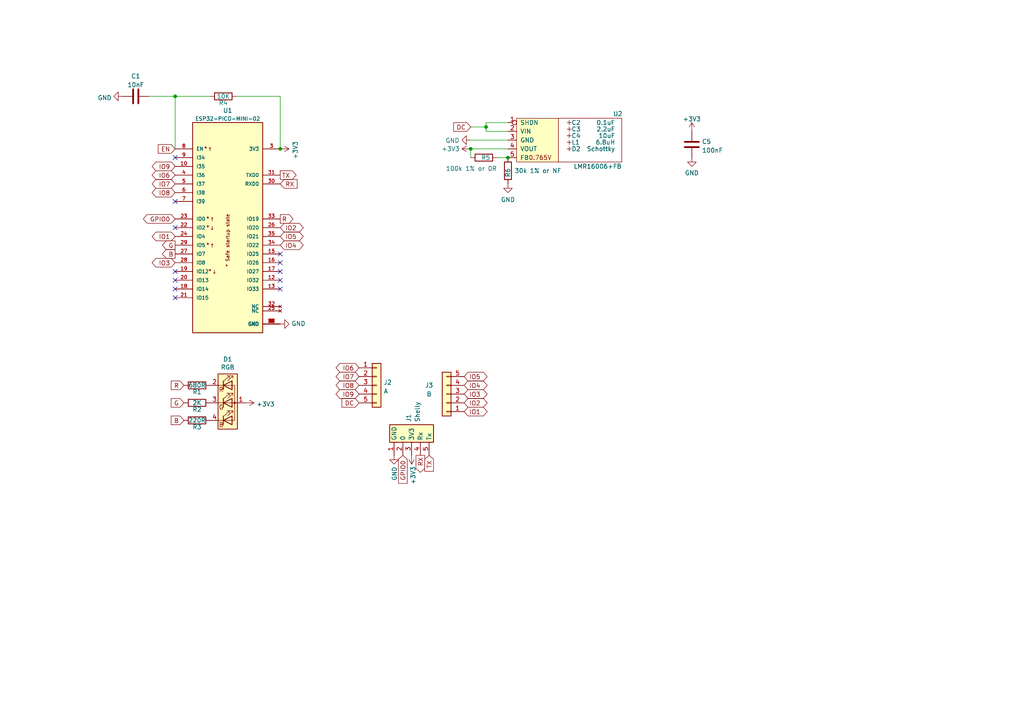
<source format=kicad_sch>
(kicad_sch (version 20211123) (generator eeschema)
  (paper "A4")
  (title_block (title "Generic ESP32-PICO-MINI module") (date "${DATE}") (rev "1") (comment 1 "@TheRealRevK") (comment 2 "www.me.uk"))
  (lib_symbols
    (symbol "Connector_Generic:Conn_01x05" (pin_names (offset 1.016) hide)
      (property "Reference" "J" (at 0 7.62 0))
      (property "Value" "Conn_01x05" (at 0 -7.62 0))
      (symbol "Conn_01x05_1_1"
        (rectangle (start -1.27 -4.953) (end 0 -5.207) (stroke (width 0.1524)))
        (rectangle (start -1.27 -2.413) (end 0 -2.667) (stroke (width 0.1524)))
        (rectangle (start -1.27 0.127) (end 0 -0.127) (stroke (width 0.1524)))
        (rectangle (start -1.27 2.667) (end 0 2.413) (stroke (width 0.1524)))
        (rectangle (start -1.27 5.207) (end 0 4.953) (stroke (width 0.1524)))
        (rectangle (start -1.27 6.35) (end 1.27 -6.35) (stroke (width 0.254)) (fill (type background)))
        (pin passive line (at -5.08 5.08 0) (length 3.81) (name "Pin_1") (number "1"))
        (pin passive line (at -5.08 2.54 0) (length 3.81) (name "Pin_2") (number "2"))
        (pin passive line (at -5.08 0 0) (length 3.81) (name "Pin_3") (number "3"))
        (pin passive line (at -5.08 -2.54 0) (length 3.81) (name "Pin_4") (number "4"))
        (pin passive line (at -5.08 -5.08 0) (length 3.81) (name "Pin_5") (number "5"))
      )
    )
    (symbol "Device:C" (pin_numbers hide) (pin_names (offset 0.254))
      (property "Reference" "C" (at 0.635 2.54 0))
      (property "Value" "C" (at 0.635 -2.54 0))
      (symbol "C_0_1"
        (polyline (pts (xy -2.032 -0.762) (xy 2.032 -0.762)) (stroke (width 0.508)))
        (polyline (pts (xy -2.032 0.762) (xy 2.032 0.762)) (stroke (width 0.508)))
      )
      (symbol "C_1_1"
        (pin passive line (at 0 3.81 270) (length 2.794) (name "~") (number "1"))
        (pin passive line (at 0 -3.81 90) (length 2.794) (name "~") (number "2"))
      )
    )
    (symbol "Device:LED_ARGB" (pin_names (offset 0) hide)
      (property "Reference" "D" (at 0 9.398 0))
      (property "Value" "LED_ARGB" (at 0 -8.89 0))
      (symbol "LED_ARGB_0_0"
        (text "B" (at -1.905 -6.35 0) (effects (font (size 1.27 1.27))))
        (text "G" (at -1.905 -1.27 0) (effects (font (size 1.27 1.27))))
        (text "R" (at -1.905 3.81 0) (effects (font (size 1.27 1.27))))
      )
      (symbol "LED_ARGB_0_1"
        (polyline (pts (xy -1.27 -5.08) (xy -2.54 -5.08)))
        (polyline (pts (xy -1.27 -5.08) (xy 1.27 -5.08)))
        (polyline (pts (xy -1.27 -3.81) (xy -1.27 -6.35)) (stroke (width 0.254)))
        (polyline (pts (xy -1.27 0) (xy -2.54 0)))
        (polyline (pts (xy -1.27 1.27) (xy -1.27 -1.27)) (stroke (width 0.254)))
        (polyline (pts (xy -1.27 5.08) (xy -2.54 5.08)))
        (polyline (pts (xy -1.27 5.08) (xy 1.27 5.08)))
        (polyline (pts (xy -1.27 6.35) (xy -1.27 3.81)) (stroke (width 0.254)))
        (polyline (pts (xy 1.27 0) (xy -1.27 0)))
        (polyline (pts (xy 1.27 0) (xy 2.54 0)))
        (polyline (pts (xy -1.27 1.27) (xy -1.27 -1.27) (xy -1.27 -1.27)))
        (polyline (pts (xy -1.27 6.35) (xy -1.27 3.81) (xy -1.27 3.81)))
        (polyline (pts (xy 1.27 -5.08) (xy 2.032 -5.08) (xy 2.032 5.08) (xy 1.27 5.08)))
        (polyline (pts (xy 1.27 -3.81) (xy 1.27 -6.35) (xy -1.27 -5.08) (xy 1.27 -3.81)) (stroke (width 0.254)))
        (polyline (pts (xy 1.27 1.27) (xy 1.27 -1.27) (xy -1.27 0) (xy 1.27 1.27)) (stroke (width 0.254)))
        (polyline (pts (xy 1.27 6.35) (xy 1.27 3.81) (xy -1.27 5.08) (xy 1.27 6.35)) (stroke (width 0.254)))
        (polyline (pts (xy -1.016 -3.81) (xy 0.508 -2.286) (xy -0.254 -2.286) (xy 0.508 -2.286) (xy 0.508 -3.048)))
        (polyline (pts (xy -1.016 1.27) (xy 0.508 2.794) (xy -0.254 2.794) (xy 0.508 2.794) (xy 0.508 2.032)))
        (polyline (pts (xy -1.016 6.35) (xy 0.508 7.874) (xy -0.254 7.874) (xy 0.508 7.874) (xy 0.508 7.112)))
        (polyline (pts (xy 0 -3.81) (xy 1.524 -2.286) (xy 0.762 -2.286) (xy 1.524 -2.286) (xy 1.524 -3.048)))
        (polyline (pts (xy 0 1.27) (xy 1.524 2.794) (xy 0.762 2.794) (xy 1.524 2.794) (xy 1.524 2.032)))
        (polyline (pts (xy 0 6.35) (xy 1.524 7.874) (xy 0.762 7.874) (xy 1.524 7.874) (xy 1.524 7.112)))
        (rectangle (start 1.27 -1.27) (end 1.27 1.27))
        (rectangle (start 1.27 1.27) (end 1.27 1.27))
        (rectangle (start 1.27 3.81) (end 1.27 6.35))
        (rectangle (start 1.27 6.35) (end 1.27 6.35))
        (circle (center 2.032 0) (radius 0.254) (fill (type outline)))
        (rectangle (start 2.794 8.382) (end -2.794 -7.62) (stroke (width 0.254)) (fill (type background)))
      )
      (symbol "LED_ARGB_1_1"
        (pin passive line (at 5.08 0 180) (length 2.54) (name "A") (number "1"))
        (pin passive line (at -5.08 5.08 0) (length 2.54) (name "RK") (number "2"))
        (pin passive line (at -5.08 0 0) (length 2.54) (name "GK") (number "3"))
        (pin passive line (at -5.08 -5.08 0) (length 2.54) (name "BK") (number "4"))
      )
    )
    (symbol "Device:R" (pin_numbers hide) (pin_names (offset 0))
      (property "Reference" "R" (at 2.032 0 90))
      (property "Value" "R" (at 0 0 90))
      (symbol "R_0_1"
        (rectangle (start -1.016 -2.54) (end 1.016 2.54) (stroke (width 0.254)))
      )
      (symbol "R_1_1"
        (pin passive line (at 0 3.81 270) (length 1.27) (name "~") (number "1"))
        (pin passive line (at 0 -3.81 90) (length 1.27) (name "~") (number "2"))
      )
    )
    (symbol "RevK:ESP32-PICO-MINI-02" (pin_names (offset 1.016))
      (property "Reference" "U" (at -10.16 -33.02 0))
      (property "Value" "ESP32-PICO-MINI-02" (at 0 27.94 0))
      (symbol "ESP32-PICO-MINI-02_0_0"
        (rectangle (start -10.16 -30.48) (end 10.16 30.48) (stroke (width 0.254)) (fill (type background)))
        (text "* Safe startup state" (at 0 -11.43 900) (effects (font (size 1 1)) (justify left)))
        (text "*↑" (at -6.985 22.86 0) (effects (font (size 1.27 1.27)) (justify left)))
        (text "*↑" (at -6.35 -5.08 0) (effects (font (size 1.27 1.27)) (justify left)))
        (text "*↑" (at -6.35 2.54 0) (effects (font (size 1.27 1.27)) (justify left)))
        (text "*↓" (at -6.35 0 0) (effects (font (size 1.27 1.27)) (justify left)))
        (text "*↓" (at -5.715 -12.7 0) (effects (font (size 1.27 1.27)) (justify left)))
        (pin power_in line (at 15.24 -27.94 180) (length 5.08) (name "GND") (number "1"))
        (pin input line (at -15.24 17.78 0) (length 5.08) (name "I35") (number "10"))
        (pin power_in line (at 15.24 -27.94 180) (length 5.08) (name "GND") (number "11"))
        (pin bidirectional line (at 15.24 -15.24 180) (length 5.08) (name "IO32") (number "12"))
        (pin bidirectional line (at 15.24 -17.78 180) (length 5.08) (name "IO33") (number "13"))
        (pin power_in line (at 15.24 -27.94 180) (length 5.08) (name "GND") (number "14"))
        (pin bidirectional line (at 15.24 -7.62 180) (length 5.08) (name "IO25") (number "15"))
        (pin bidirectional line (at 15.24 -10.16 180) (length 5.08) (name "IO26") (number "16"))
        (pin bidirectional line (at 15.24 -12.7 180) (length 5.08) (name "IO27") (number "17"))
        (pin bidirectional line (at -15.24 -17.78 0) (length 5.08) (name "IO14") (number "18"))
        (pin bidirectional line (at -15.24 -12.7 0) (length 5.08) (name "IO12") (number "19"))
        (pin power_in line (at 15.24 -27.94 180) (length 5.08) (name "GND") (number "2"))
        (pin bidirectional line (at -15.24 -15.24 0) (length 5.08) (name "IO13") (number "20"))
        (pin bidirectional line (at -15.24 -20.32 0) (length 5.08) (name "IO15") (number "21"))
        (pin bidirectional line (at -15.24 0 0) (length 5.08) (name "IO2") (number "22"))
        (pin bidirectional line (at -15.24 2.54 0) (length 5.08) (name "IO0") (number "23"))
        (pin bidirectional line (at -15.24 -2.54 0) (length 5.08) (name "IO4") (number "24"))
        (pin no_connect line (at 15.24 -24.13 180) (length 5.08) (name "NC") (number "25"))
        (pin bidirectional line (at 15.24 0 180) (length 5.08) (name "IO20") (number "26"))
        (pin bidirectional line (at -15.24 -7.62 0) (length 5.08) (name "IO7") (number "27"))
        (pin bidirectional line (at -15.24 -10.16 0) (length 5.08) (name "IO8") (number "28"))
        (pin bidirectional line (at -15.24 -5.08 0) (length 5.08) (name "IO5") (number "29"))
        (pin power_in line (at 15.24 22.86 180) (length 5.08) (name "3V3") (number "3"))
        (pin bidirectional line (at 15.24 12.7 180) (length 5.08) (name "RXD0") (number "30"))
        (pin bidirectional line (at 15.24 15.24 180) (length 5.08) (name "TXD0") (number "31"))
        (pin no_connect line (at 15.24 -22.86 180) (length 5.08) (name "NC") (number "32"))
        (pin bidirectional line (at 15.24 2.54 180) (length 5.08) (name "IO19") (number "33"))
        (pin bidirectional line (at 15.24 -5.08 180) (length 5.08) (name "IO22") (number "34"))
        (pin bidirectional line (at 15.24 -2.54 180) (length 5.08) (name "IO21") (number "35"))
        (pin power_in line (at 15.24 -27.94 180) (length 5.08) (name "GND") (number "36"))
        (pin power_in line (at 15.24 -27.94 180) (length 5.08) (name "GND") (number "37"))
        (pin power_in line (at 15.24 -27.94 180) (length 5.08) (name "GND") (number "38"))
        (pin power_in line (at 15.24 -27.94 180) (length 5.08) (name "GND") (number "39"))
        (pin input line (at -15.24 15.24 0) (length 5.08) (name "I36") (number "4"))
        (pin power_in line (at 15.24 -27.94 180) (length 5.08) (name "GND") (number "40"))
        (pin power_in line (at 15.24 -27.94 180) (length 5.08) (name "GND") (number "41"))
        (pin power_in line (at 15.24 -27.94 180) (length 5.08) (name "GND") (number "42"))
        (pin power_in line (at 15.24 -27.94 180) (length 5.08) (name "GND") (number "43"))
        (pin power_in line (at 15.24 -27.94 180) (length 5.08) (name "GND") (number "44"))
        (pin power_in line (at 15.24 -27.94 180) (length 5.08) (name "GND") (number "45"))
        (pin power_in line (at 15.24 -27.94 180) (length 5.08) (name "GND") (number "46"))
        (pin power_in line (at 15.24 -27.94 180) (length 5.08) (name "GND") (number "47"))
        (pin power_in line (at 15.24 -27.94 180) (length 5.08) (name "GND") (number "48"))
        (pin power_in line (at 15.24 -27.94 180) (length 5.08) (name "GND") (number "49"))
        (pin input line (at -15.24 12.7 0) (length 5.08) (name "I37") (number "5"))
        (pin power_in line (at 15.24 -27.94 180) (length 5.08) (name "GND") (number "50"))
        (pin power_in line (at 15.24 -27.94 180) (length 5.08) (name "GND") (number "51"))
        (pin power_in line (at 15.24 -27.94 180) (length 5.08) (name "GND") (number "52"))
        (pin power_in line (at 15.24 -27.94 180) (length 5.08) (name "GND") (number "53"))
        (pin input line (at -15.24 10.16 0) (length 5.08) (name "I38") (number "6"))
        (pin input line (at -15.24 7.62 0) (length 5.08) (name "I39") (number "7"))
        (pin input line (at -15.24 22.86 0) (length 5.08) (name "EN") (number "8"))
        (pin input line (at -15.24 20.32 0) (length 5.08) (name "I34") (number "9"))
      )
    )
    (symbol "RevK:Hidden" (pin_names (offset 1.016))
      (property "Reference" "Z" (at 0.635 0 0))
      (property "Value" "Hidden" (at 4.445 0 0))
      (symbol "Hidden_0_1"
        (polyline (pts (xy -0.635 0) (xy 0.635 0)) (stroke (width 0.1524)))
        (polyline (pts (xy 0 0.635) (xy 0 -0.635)) (stroke (width 0.1524)))
      )
      (symbol "Hidden_1_1"
        (pin no_connect non_logic (at 0 -2.54 90) (length 2.54) hide (name "~") (number "~"))
      )
    )
    (symbol "RevK:LMR16006+FB" (pin_names (offset 1.016))
      (property "Reference" "U" (at 11.43 2.54 0))
      (property "Value" "LMR16006+FB" (at 7.62 -12.7 0))
      (symbol "LMR16006+FB_0_0"
        (rectangle (start 2.54 1.27) (end 14.605 -11.43) (fill (type background)))
        (text "0.765V" (at 12.7 -10.16 0) (effects (font (size 1.27 1.27)) (justify right)))
      )
      (symbol "LMR16006+FB_0_1"
        (rectangle (start 14.605 1.27) (end 33.02 -11.43))
      )
      (symbol "LMR16006+FB_1_1"
        (pin input inverted (at 0 0 0) (length 2.54) (name "SHDN") (number "1"))
        (pin power_in line (at 0 -2.54 0) (length 2.54) (name "VIN") (number "2"))
        (pin power_in line (at 0 -5.08 0) (length 2.54) (name "GND") (number "3"))
        (pin power_out line (at 0 -7.62 0) (length 2.54) (name "VOUT") (number "4"))
        (pin passive line (at 0 -10.16 0) (length 2.54) (name "FB") (number "5"))
      )
    )
    (symbol "RevK:Shelly"
      (property "Reference" "J" (at 0 -8.89 0))
      (property "Value" "Shelly" (at 0 8.89 0))
      (symbol "Shelly_1_1"
        (rectangle (start -1.27 6.35) (end 3.81 -6.35) (stroke (width 0.254)) (fill (type background)))
        (pin power_in line (at -5.08 5.08 0) (length 3.81) (name "GND") (number "1"))
        (pin output line (at -5.08 2.54 0) (length 3.81) (name "0") (number "2"))
        (pin power_in line (at -5.08 0 0) (length 3.81) (name "3V3") (number "3"))
        (pin output line (at -5.08 -2.54 0) (length 3.81) (name "Rx") (number "4"))
        (pin input line (at -5.08 -5.08 0) (length 3.81) (name "Tx") (number "5"))
      )
    )
    (symbol "power:+3.3V" (power) (pin_names (offset 0))
      (property "Value" "+3.3V" (at 0 3.556 0))
      (symbol "+3.3V_0_1"
        (polyline (pts (xy -0.762 1.27) (xy 0 2.54)))
        (polyline (pts (xy 0 0) (xy 0 2.54)))
        (polyline (pts (xy 0 2.54) (xy 0.762 1.27)))
      )
      (symbol "+3.3V_1_1"
        (pin power_in line (at 0 0 90) (length 0) hide (name "+3V3") (number "1"))
      )
    )
    (symbol "power:GND" (power) (pin_names (offset 0))
      (property "Value" "GND" (at 0 -3.81 0))
      (symbol "GND_0_1"
        (polyline (pts (xy 0 0) (xy 0 -1.27) (xy 1.27 -1.27) (xy 0 -2.54) (xy -1.27 -1.27) (xy 0 -1.27)))
      )
      (symbol "GND_1_1"
        (pin power_in line (at 0 0 270) (length 0) hide (name "GND") (number "1"))
      )
    )
  )
  (junction (at 81.28 43.18))
  (junction (at 147.32 45.72))
  (junction (at 50.8 27.94))
  (junction (at 140.97 36.83))
  (junction (at 136.525 43.18))
  (no_connect (at 50.8 45.72))
  (no_connect (at 50.8 81.28))
  (no_connect (at 50.8 58.42))
  (no_connect (at 50.8 66.04))
  (no_connect (at 50.8 78.74))
  (no_connect (at 81.28 81.28))
  (no_connect (at 81.28 83.82))
  (no_connect (at 81.28 73.66))
  (no_connect (at 81.28 76.2))
  (no_connect (at 81.28 78.74))
  (no_connect (at 50.8 83.82))
  (no_connect (at 50.8 86.36))
  (wire (pts (xy 140.97 35.56) (xy 140.97 36.83)))
  (wire (pts (xy 140.97 35.56) (xy 147.32 35.56)))
  (wire (pts (xy 136.525 43.18) (xy 147.32 43.18)))
  (wire (pts (xy 43.18 27.94) (xy 50.8 27.94)))
  (wire (pts (xy 144.145 45.72) (xy 147.32 45.72)))
  (wire (pts (xy 140.97 36.83) (xy 140.97 38.1)))
  (wire (pts (xy 136.525 43.18) (xy 136.525 45.72)))
  (wire (pts (xy 136.525 36.83) (xy 140.97 36.83)))
  (wire (pts (xy 50.8 43.18) (xy 50.8 27.94)))
  (wire (pts (xy 81.28 27.94) (xy 81.28 43.18)))
  (wire (pts (xy 50.8 27.94) (xy 60.96 27.94)))
  (wire (pts (xy 136.525 40.64) (xy 147.32 40.64)))
  (wire (pts (xy 68.58 27.94) (xy 81.28 27.94)))
  (wire (pts (xy 140.97 38.1) (xy 147.32 38.1)))
  (global_label "DC" (shape input) (at 136.525 36.83 180) (property "Intersheet References" "${INTERSHEET_REFS}" (effects hide)))
  (global_label "IO1" (shape bidirectional) (at 134.62 119.38 0) (property "Intersheet References" "${INTERSHEET_REFS}" (effects hide)))
  (global_label "GPIO0" (shape input) (at 116.84 132.08 270) (property "Intersheet References" "${INTERSHEET_REFS}" (effects hide)))
  (global_label "IO3" (shape bidirectional) (at 50.8 76.2 180) (property "Intersheet References" "${INTERSHEET_REFS}" (effects hide)))
  (global_label "IO4" (shape bidirectional) (at 134.62 111.76 0) (property "Intersheet References" "${INTERSHEET_REFS}" (effects hide)))
  (global_label "IO1" (shape bidirectional) (at 50.8 68.58 180) (property "Intersheet References" "${INTERSHEET_REFS}" (effects hide)))
  (global_label "IO5" (shape bidirectional) (at 134.62 109.22 0) (property "Intersheet References" "${INTERSHEET_REFS}" (effects hide)))
  (global_label "G" (shape output) (at 50.8 71.12 180) (property "Intersheet References" "${INTERSHEET_REFS}" (effects hide)))
  (global_label "R" (shape output) (at 81.28 63.5 0) (property "Intersheet References" "${INTERSHEET_REFS}" (effects hide)))
  (global_label "IO5" (shape bidirectional) (at 81.28 68.58 0) (property "Intersheet References" "${INTERSHEET_REFS}" (effects hide)))
  (global_label "IO6" (shape bidirectional) (at 50.8 50.8 180) (property "Intersheet References" "${INTERSHEET_REFS}" (effects hide)))
  (global_label "EN" (shape input) (at 50.8 43.18 180) (property "Intersheet References" "${INTERSHEET_REFS}" (effects hide)))
  (global_label "B" (shape input) (at 53.34 121.92 180) (property "Intersheet References" "${INTERSHEET_REFS}" (effects hide)))
  (global_label "IO3" (shape bidirectional) (at 134.62 114.3 0) (property "Intersheet References" "${INTERSHEET_REFS}" (effects hide)))
  (global_label "IO9" (shape bidirectional) (at 50.8 48.26 180) (property "Intersheet References" "${INTERSHEET_REFS}" (effects hide)))
  (global_label "IO9" (shape bidirectional) (at 104.14 114.3 180) (property "Intersheet References" "${INTERSHEET_REFS}" (effects hide)))
  (global_label "IO4" (shape bidirectional) (at 81.28 71.12 0) (property "Intersheet References" "${INTERSHEET_REFS}" (effects hide)))
  (global_label "IO2" (shape bidirectional) (at 134.62 116.84 0) (property "Intersheet References" "${INTERSHEET_REFS}" (effects hide)))
  (global_label "R" (shape input) (at 53.34 111.76 180) (property "Intersheet References" "${INTERSHEET_REFS}" (effects hide)))
  (global_label "IO7" (shape bidirectional) (at 50.8 53.34 180) (property "Intersheet References" "${INTERSHEET_REFS}" (effects hide)))
  (global_label "IO6" (shape bidirectional) (at 104.14 106.68 180) (property "Intersheet References" "${INTERSHEET_REFS}" (effects hide)))
  (global_label "RX" (shape input) (at 81.28 53.34 0) (property "Intersheet References" "${INTERSHEET_REFS}" (effects hide)))
  (global_label "DC" (shape input) (at 104.14 116.84 180) (property "Intersheet References" "${INTERSHEET_REFS}" (effects hide)))
  (global_label "GPIO0" (shape bidirectional) (at 50.8 63.5 180) (property "Intersheet References" "${INTERSHEET_REFS}" (effects hide)))
  (global_label "IO8" (shape bidirectional) (at 104.14 111.76 180) (property "Intersheet References" "${INTERSHEET_REFS}" (effects hide)))
  (global_label "TX" (shape input) (at 124.46 132.08 270) (property "Intersheet References" "${INTERSHEET_REFS}" (effects hide)))
  (global_label "TX" (shape output) (at 81.28 50.8 0) (property "Intersheet References" "${INTERSHEET_REFS}" (effects hide)))
  (global_label "IO7" (shape bidirectional) (at 104.14 109.22 180) (property "Intersheet References" "${INTERSHEET_REFS}" (effects hide)))
  (global_label "IO2" (shape bidirectional) (at 81.28 66.04 0) (property "Intersheet References" "${INTERSHEET_REFS}" (effects hide)))
  (global_label "G" (shape input) (at 53.34 116.84 180) (property "Intersheet References" "${INTERSHEET_REFS}" (effects hide)))
  (global_label "RX" (shape output) (at 121.92 132.08 270) (property "Intersheet References" "${INTERSHEET_REFS}" (effects hide)))
  (global_label "IO8" (shape bidirectional) (at 50.8 55.88 180) (property "Intersheet References" "${INTERSHEET_REFS}" (effects hide)))
  (global_label "B" (shape output) (at 50.8 73.66 180) (property "Intersheet References" "${INTERSHEET_REFS}" (effects hide)))
  (symbol (lib_id "power:+3.3V") (at 81.28 43.18 270) (unit 1)
    (property "Reference" "#PWR03" (effects hide))
    (property "Value" "+3.3V" (at 85.6742 43.561 0))
  )
  (symbol (lib_id "power:GND") (at 136.525 40.64 270) (unit 1)
    (property "Reference" "#PWR05" (effects hide))
    (property "Value" "GND" (at 133.2738 40.767 90) (effects (justify right)))
  )
  (symbol (lib_id "power:+3.3V") (at 136.525 43.18 90) (unit 1)
    (property "Reference" "#PWR06" (effects hide))
    (property "Value" "+3.3V" (at 133.35 43.18 90) (effects (justify left)))
  )
  (symbol (lib_id "power:GND") (at 81.28 93.98 90) (unit 1)
    (property "Reference" "#PWR04" (effects hide))
    (property "Value" "GND" (at 84.5312 93.853 90) (effects (justify right)))
  )
  (symbol (lib_id "RevK:Hidden") (at 165.1 35.56 0) (unit 1)
    (property "Reference" "C2" (at 165.735 35.56 0) (effects (justify left)))
    (property "Value" "0.1uF" (at 178.435 35.56 0) (effects (justify right)))
    (property "Footprint" "RevK:Hidden" (effects hide))
    (property "Note" "X7R or X5R 0603" (effects hide))
  )
  (symbol (lib_id "RevK:Hidden") (at 165.1 37.465 0) (unit 1)
    (property "Reference" "C3" (at 165.735 37.465 0) (effects (justify left)))
    (property "Value" "2.2uF" (at 178.435 37.465 0) (effects (justify right)))
    (property "Footprint" "RevK:Hidden" (effects hide))
    (property "Note" "0603 or 0805" (effects hide))
  )
  (symbol (lib_id "RevK:Hidden") (at 165.1 39.37 0) (unit 1)
    (property "Reference" "C4" (at 165.735 39.37 0) (effects (justify left)))
    (property "Value" "10uF" (at 178.435 39.37 0) (effects (justify right)))
    (property "Footprint" "RevK:Hidden" (effects hide))
    (property "Note" "0603 or 0805" (effects hide))
  )
  (symbol (lib_id "RevK:Hidden") (at 165.1 41.275 0) (unit 1)
    (property "Reference" "L1" (at 165.735 41.275 0) (effects (justify left)))
    (property "Value" "6.8uH" (at 178.435 41.275 0) (effects (justify right)))
    (property "Footprint" "RevK:Hidden" (effects hide))
    (property "Datasheet" "https://www.mouser.co.uk/datasheet/2/987/Laird_Performance_TYA4020_series__Rev_A_-1877538.pdf" (effects hide))
    (property "Manufacturer" "Laird" (effects hide))
    (property "Part No" "TYA4020" (effects hide))
  )
  (symbol (lib_id "RevK:Hidden") (at 165.1 43.18 0) (unit 1)
    (property "Reference" "D2" (at 165.735 43.18 0) (effects (justify left)))
    (property "Value" "Schottky" (at 178.435 43.18 0) (effects (justify right)))
    (property "Footprint" "RevK:Hidden" (effects hide))
    (property "Datasheet" "https://www.mouser.co.uk/datasheet/2/54/CD1206-B220_B2100-777245.pdf" (effects hide))
    (property "Manufacturer" "Bourns" (effects hide))
    (property "Part No" "CD1206-B2100" (effects hide))
  )
  (symbol (lib_id "Device:R") (at 57.15 111.76 270) (unit 1)
    (property "Reference" "R1" (at 57.15 113.665 90))
    (property "Value" "680R" (at 57.15 111.76 90))
    (property "Footprint" "RevK:R_0603" (effects hide))
  )
  (symbol (lib_id "Connector_Generic:Conn_01x05") (at 129.54 114.3 180) (unit 1)
    (property "Reference" "J3" (at 124.46 111.7631 0))
    (property "Value" "B" (at 124.46 114.3 0))
    (property "Footprint" "Connector_PinHeader_2.54mm:PinHeader_1x05_P2.54mm_Vertical" (effects hide))
  )
  (symbol (lib_id "Device:R") (at 64.77 27.94 270) (unit 1)
    (property "Reference" "R4" (at 64.77 29.845 90))
    (property "Value" "10K" (at 64.77 27.94 90))
    (property "Footprint" "RevK:R_0603" (effects hide))
  )
  (symbol (lib_id "Device:C") (at 200.66 41.91 0) (unit 1)
    (property "Reference" "C5" (at 203.581 41.0753 0) (effects (justify left)))
    (property "Value" "100nF" (at 203.581 43.6122 0) (effects (justify left)))
    (property "Footprint" "RevK:C_0603" (effects hide))
  )
  (symbol (lib_id "power:+3.3V") (at 71.12 116.84 270) (unit 1)
    (property "Reference" "#PWR02" (effects hide))
    (property "Value" "+3.3V" (at 74.3712 117.221 90) (effects (justify left)))
  )
  (symbol (lib_id "power:GND") (at 147.32 53.34 0) (unit 1)
    (property "Reference" "#PWR09" (effects hide))
    (property "Value" "GND" (at 147.32 57.9025 0))
  )
  (symbol (lib_id "RevK:Shelly") (at 119.38 127 90) (unit 1)
    (property "Reference" "J1" (at 118.5453 122.428 0) (effects (justify left)))
    (property "Value" "Shelly" (at 121.0822 122.428 0) (effects (justify left)))
    (property "Footprint" "RevK:Shelly" (effects hide))
  )
  (symbol (lib_id "Device:R") (at 57.15 116.84 270) (unit 1)
    (property "Reference" "R2" (at 57.15 118.745 90))
    (property "Value" "2K" (at 57.15 116.84 90))
    (property "Footprint" "RevK:R_0603" (effects hide))
  )
  (symbol (lib_id "RevK:ESP32-PICO-MINI-02") (at 66.04 66.04 0) (unit 1)
    (property "Reference" "U1" (at 66.04 32.0498 0))
    (property "Value" "ESP32-PICO-MINI-02" (at 66.04 34.4339 0) (effects (font (size 1.1 1.1))))
    (property "Footprint" "RevK:ESP32-PICO-MINI-02" (effects hide))
    (property "MANUFACTURER" "Espressif" (effects hide))
    (property "MAXIMUM_PACKAGE_HEIGHT" "2.55mm" (effects hide))
    (property "PARTREV" "v1.0" (effects hide))
    (property "STANDARD" "Manufacturer Recommendations" (effects hide))
  )
  (symbol (lib_id "Device:R") (at 147.32 49.53 180) (unit 1)
    (property "Reference" "R6" (at 147.32 51.435 90) (effects (justify right)))
    (property "Value" "30k 1% or NF" (at 149.225 49.53 0) (effects (justify right)))
    (property "Footprint" "RevK:R_0603" (effects hide))
  )
  (symbol (lib_id "power:GND") (at 114.3 132.08 0) (unit 1)
    (property "Reference" "#PWR07" (effects hide))
    (property "Value" "GND" (at 114.427 135.3312 90) (effects (justify right)))
  )
  (symbol (lib_id "power:+3.3V") (at 119.38 132.08 180) (unit 1)
    (property "Reference" "#PWR08" (effects hide))
    (property "Value" "+3.3V" (at 119.8138 135.255 90) (effects (justify left)))
  )
  (symbol (lib_id "Connector_Generic:Conn_01x05") (at 109.22 111.76 0) (unit 1)
    (property "Reference" "J2" (at 111.252 110.9253 0) (effects (justify left)))
    (property "Value" "A" (at 111.252 113.4622 0) (effects (justify left)))
    (property "Footprint" "Connector_PinHeader_2.54mm:PinHeader_1x05_P2.54mm_Vertical" (effects hide))
  )
  (symbol (lib_id "Device:C") (at 39.37 27.94 90) (unit 1)
    (property "Reference" "C1" (at 39.37 22.0812 90))
    (property "Value" "10nF" (at 39.37 24.6181 90))
    (property "Footprint" "RevK:C_0603" (effects hide))
  )
  (symbol (lib_id "power:+3.3V") (at 200.66 38.1 0) (unit 1)
    (property "Reference" "#PWR010" (effects hide))
    (property "Value" "+3.3V" (at 200.66 34.5242 0))
  )
  (symbol (lib_id "Device:LED_ARGB") (at 66.04 116.84 0) (unit 1)
    (property "Reference" "D1" (at 66.04 104.2162 0))
    (property "Value" "RGB" (at 66.04 106.5276 0))
    (property "Footprint" "RevK:LED-RGB-1.6x1.6" (effects hide))
    (property "Manufacturer" "Kingbright" (effects hide))
    (property "Part No" "APTF1616LSEEZGKQBKC" (effects hide))
  )
  (symbol (lib_id "RevK:LMR16006+FB") (at 147.32 35.56 0) (unit 1)
    (property "Reference" "U2" (at 177.8 33.02 0) (effects (justify left)))
    (property "Value" "LMR16006+FB" (at 166.37 48.26 0) (effects (justify left)))
    (property "Footprint" "RevK:RegulatorBlockFB" (effects hide))
    (property "Manufacturer" "TI" (effects hide))
    (property "Part No" "LMR16006YQ3" (effects hide))
  )
  (symbol (lib_id "Device:R") (at 57.15 121.92 270) (unit 1)
    (property "Reference" "R3" (at 57.15 123.825 90))
    (property "Value" "220R" (at 57.15 121.92 90))
    (property "Footprint" "RevK:R_0603" (effects hide))
  )
  (symbol (lib_id "power:GND") (at 35.56 27.94 270) (unit 1)
    (property "Reference" "#PWR01" (effects hide))
    (property "Value" "GND" (at 32.3851 28.3738 90) (effects (justify right)))
  )
  (symbol (lib_id "power:GND") (at 200.66 45.72 0) (unit 1)
    (property "Reference" "#PWR011" (effects hide))
    (property "Value" "GND" (at 200.66 50.1634 0))
  )
  (symbol (lib_id "Device:R") (at 140.335 45.72 90) (unit 1)
    (property "Reference" "R5" (at 142.24 45.72 90) (effects (justify left)))
    (property "Value" "100k 1% or 0R" (at 144.145 48.895 90) (effects (justify left)))
    (property "Footprint" "RevK:R_0603" (effects hide))
  )
)
</source>
